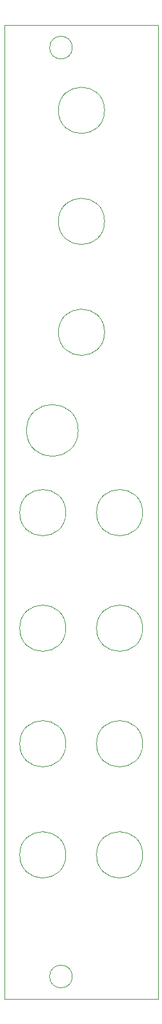
<source format=gbr>
%TF.GenerationSoftware,KiCad,Pcbnew,7.0.2*%
%TF.CreationDate,2023-06-27T09:01:20-04:00*%
%TF.ProjectId,VCOFRONTPANEL,56434f46-524f-44e5-9450-414e454c2e6b,rev?*%
%TF.SameCoordinates,Original*%
%TF.FileFunction,Profile,NP*%
%FSLAX46Y46*%
G04 Gerber Fmt 4.6, Leading zero omitted, Abs format (unit mm)*
G04 Created by KiCad (PCBNEW 7.0.2) date 2023-06-27 09:01:20*
%MOMM*%
%LPD*%
G01*
G04 APERTURE LIST*
%TA.AperFunction,Profile*%
%ADD10C,0.100000*%
%TD*%
%TA.AperFunction,Profile*%
%ADD11C,0.050000*%
%TD*%
G04 APERTURE END LIST*
D10*
X138927200Y-161197600D02*
X159247200Y-161197600D01*
X147927200Y-158197600D02*
G75*
G03*
X147927200Y-158197600I-1500000J0D01*
G01*
X138927200Y-32697600D02*
X138927200Y-161197600D01*
X138927200Y-32697600D02*
X149087200Y-32697600D01*
X147927200Y-35697600D02*
G75*
G03*
X147927200Y-35697600I-1500000J0D01*
G01*
X149087200Y-32697600D02*
X159247200Y-32697600D01*
X159247200Y-32697600D02*
X159247200Y-161197600D01*
%TO.C,THONKY_FINE_CV1*%
X152188000Y-58618000D02*
G75*
G03*
X152188000Y-58618000I-3050000J0D01*
G01*
D11*
%TO.C,Slot3*%
X147068000Y-127508000D02*
G75*
G03*
X147068000Y-127508000I-3050000J0D01*
G01*
%TO.C,Slot10*%
X157228000Y-142158000D02*
G75*
G03*
X157228000Y-142158000I-3050000J0D01*
G01*
%TO.C,Slot9*%
X147068000Y-142158000D02*
G75*
G03*
X147068000Y-142158000I-3050000J0D01*
G01*
%TO.C,Slot2*%
X157228000Y-112268000D02*
G75*
G03*
X157228000Y-112268000I-3050000J0D01*
G01*
%TO.C,Slot1*%
X147068000Y-112268000D02*
G75*
G03*
X147068000Y-112268000I-3050000J0D01*
G01*
%TO.C,Slot87*%
X157228000Y-97028000D02*
G75*
G03*
X157228000Y-97028000I-3050000J0D01*
G01*
D10*
%TO.C,THONKY_PWM1*%
X152193000Y-73238000D02*
G75*
G03*
X152193000Y-73238000I-3050000J0D01*
G01*
%TO.C,THONKY_COURSE_CV1*%
X152188000Y-43973000D02*
G75*
G03*
X152188000Y-43973000I-3050000J0D01*
G01*
D11*
%TO.C,Slot33*%
X147068000Y-97028000D02*
G75*
G03*
X147068000Y-97028000I-3050000J0D01*
G01*
%TO.C,Slot4*%
X157228000Y-127508000D02*
G75*
G03*
X157228000Y-127508000I-3050000J0D01*
G01*
%TO.C,SLOTMAN*%
X148707000Y-86183000D02*
G75*
G03*
X148707000Y-86183000I-3420000J0D01*
G01*
%TD*%
M02*

</source>
